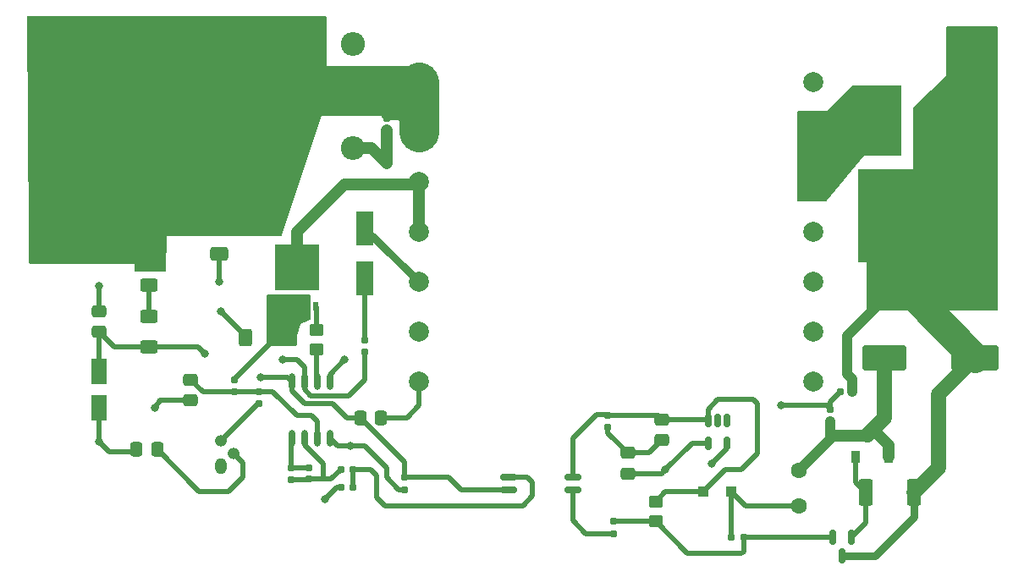
<source format=gbr>
%TF.GenerationSoftware,KiCad,Pcbnew,(6.0.9)*%
%TF.CreationDate,2023-06-16T09:03:50+03:00*%
%TF.ProjectId,pcb-design,7063622d-6465-4736-9967-6e2e6b696361,rev?*%
%TF.SameCoordinates,Original*%
%TF.FileFunction,Copper,L1,Top*%
%TF.FilePolarity,Positive*%
%FSLAX46Y46*%
G04 Gerber Fmt 4.6, Leading zero omitted, Abs format (unit mm)*
G04 Created by KiCad (PCBNEW (6.0.9)) date 2023-06-16 09:03:50*
%MOMM*%
%LPD*%
G01*
G04 APERTURE LIST*
G04 Aperture macros list*
%AMRoundRect*
0 Rectangle with rounded corners*
0 $1 Rounding radius*
0 $2 $3 $4 $5 $6 $7 $8 $9 X,Y pos of 4 corners*
0 Add a 4 corners polygon primitive as box body*
4,1,4,$2,$3,$4,$5,$6,$7,$8,$9,$2,$3,0*
0 Add four circle primitives for the rounded corners*
1,1,$1+$1,$2,$3*
1,1,$1+$1,$4,$5*
1,1,$1+$1,$6,$7*
1,1,$1+$1,$8,$9*
0 Add four rect primitives between the rounded corners*
20,1,$1+$1,$2,$3,$4,$5,0*
20,1,$1+$1,$4,$5,$6,$7,0*
20,1,$1+$1,$6,$7,$8,$9,0*
20,1,$1+$1,$8,$9,$2,$3,0*%
G04 Aperture macros list end*
%TA.AperFunction,SMDPad,CuDef*%
%ADD10RoundRect,0.160000X-0.197500X-0.160000X0.197500X-0.160000X0.197500X0.160000X-0.197500X0.160000X0*%
%TD*%
%TA.AperFunction,SMDPad,CuDef*%
%ADD11R,1.800000X3.500000*%
%TD*%
%TA.AperFunction,SMDPad,CuDef*%
%ADD12RoundRect,0.160000X0.160000X-0.197500X0.160000X0.197500X-0.160000X0.197500X-0.160000X-0.197500X0*%
%TD*%
%TA.AperFunction,SMDPad,CuDef*%
%ADD13R,0.450000X0.600000*%
%TD*%
%TA.AperFunction,SMDPad,CuDef*%
%ADD14RoundRect,0.250000X0.337500X0.475000X-0.337500X0.475000X-0.337500X-0.475000X0.337500X-0.475000X0*%
%TD*%
%TA.AperFunction,SMDPad,CuDef*%
%ADD15RoundRect,0.250000X-0.550000X1.050000X-0.550000X-1.050000X0.550000X-1.050000X0.550000X1.050000X0*%
%TD*%
%TA.AperFunction,ComponentPad*%
%ADD16C,2.400000*%
%TD*%
%TA.AperFunction,ComponentPad*%
%ADD17O,2.400000X2.400000*%
%TD*%
%TA.AperFunction,SMDPad,CuDef*%
%ADD18RoundRect,0.250000X-0.625000X0.400000X-0.625000X-0.400000X0.625000X-0.400000X0.625000X0.400000X0*%
%TD*%
%TA.AperFunction,SMDPad,CuDef*%
%ADD19RoundRect,0.250000X-0.475000X0.337500X-0.475000X-0.337500X0.475000X-0.337500X0.475000X0.337500X0*%
%TD*%
%TA.AperFunction,SMDPad,CuDef*%
%ADD20RoundRect,0.250000X-0.400000X-0.625000X0.400000X-0.625000X0.400000X0.625000X-0.400000X0.625000X0*%
%TD*%
%TA.AperFunction,ComponentPad*%
%ADD21C,1.600000*%
%TD*%
%TA.AperFunction,SMDPad,CuDef*%
%ADD22RoundRect,0.250000X-0.450000X0.350000X-0.450000X-0.350000X0.450000X-0.350000X0.450000X0.350000X0*%
%TD*%
%TA.AperFunction,SMDPad,CuDef*%
%ADD23O,0.650001X1.649999*%
%TD*%
%TA.AperFunction,SMDPad,CuDef*%
%ADD24R,1.100000X1.100000*%
%TD*%
%TA.AperFunction,SMDPad,CuDef*%
%ADD25RoundRect,0.150000X-0.150000X0.587500X-0.150000X-0.587500X0.150000X-0.587500X0.150000X0.587500X0*%
%TD*%
%TA.AperFunction,ComponentPad*%
%ADD26C,2.000000*%
%TD*%
%TA.AperFunction,SMDPad,CuDef*%
%ADD27RoundRect,0.150000X-0.150000X0.512500X-0.150000X-0.512500X0.150000X-0.512500X0.150000X0.512500X0*%
%TD*%
%TA.AperFunction,SMDPad,CuDef*%
%ADD28RoundRect,0.250000X0.475000X-0.337500X0.475000X0.337500X-0.475000X0.337500X-0.475000X-0.337500X0*%
%TD*%
%TA.AperFunction,SMDPad,CuDef*%
%ADD29RoundRect,0.250000X2.125000X1.000000X-2.125000X1.000000X-2.125000X-1.000000X2.125000X-1.000000X0*%
%TD*%
%TA.AperFunction,SMDPad,CuDef*%
%ADD30RoundRect,0.250000X1.950000X1.000000X-1.950000X1.000000X-1.950000X-1.000000X1.950000X-1.000000X0*%
%TD*%
%TA.AperFunction,ComponentPad*%
%ADD31O,1.200000X1.600000*%
%TD*%
%TA.AperFunction,ComponentPad*%
%ADD32O,1.200000X1.200000*%
%TD*%
%TA.AperFunction,SMDPad,CuDef*%
%ADD33R,10.800000X9.400000*%
%TD*%
%TA.AperFunction,SMDPad,CuDef*%
%ADD34R,1.100000X4.600000*%
%TD*%
%TA.AperFunction,SMDPad,CuDef*%
%ADD35R,0.900000X1.200000*%
%TD*%
%TA.AperFunction,SMDPad,CuDef*%
%ADD36RoundRect,0.155000X0.155000X-0.212500X0.155000X0.212500X-0.155000X0.212500X-0.155000X-0.212500X0*%
%TD*%
%TA.AperFunction,SMDPad,CuDef*%
%ADD37RoundRect,0.250000X0.450000X-0.350000X0.450000X0.350000X-0.450000X0.350000X-0.450000X-0.350000X0*%
%TD*%
%TA.AperFunction,SMDPad,CuDef*%
%ADD38RoundRect,0.150000X0.662500X0.150000X-0.662500X0.150000X-0.662500X-0.150000X0.662500X-0.150000X0*%
%TD*%
%TA.AperFunction,SMDPad,CuDef*%
%ADD39RoundRect,0.155000X-0.155000X0.212500X-0.155000X-0.212500X0.155000X-0.212500X0.155000X0.212500X0*%
%TD*%
%TA.AperFunction,SMDPad,CuDef*%
%ADD40RoundRect,0.250000X-0.650000X0.412500X-0.650000X-0.412500X0.650000X-0.412500X0.650000X0.412500X0*%
%TD*%
%TA.AperFunction,SMDPad,CuDef*%
%ADD41R,0.500000X0.850000*%
%TD*%
%TA.AperFunction,SMDPad,CuDef*%
%ADD42R,4.410000X4.550000*%
%TD*%
%TA.AperFunction,SMDPad,CuDef*%
%ADD43RoundRect,0.249999X0.450001X1.075001X-0.450001X1.075001X-0.450001X-1.075001X0.450001X-1.075001X0*%
%TD*%
%TA.AperFunction,ViaPad*%
%ADD44C,0.800000*%
%TD*%
%TA.AperFunction,Conductor*%
%ADD45C,0.500000*%
%TD*%
%TA.AperFunction,Conductor*%
%ADD46C,1.200000*%
%TD*%
%TA.AperFunction,Conductor*%
%ADD47C,1.500000*%
%TD*%
%TA.AperFunction,Conductor*%
%ADD48C,1.000000*%
%TD*%
%TA.AperFunction,Conductor*%
%ADD49C,5.000000*%
%TD*%
%TA.AperFunction,Conductor*%
%ADD50C,3.000000*%
%TD*%
%TA.AperFunction,Conductor*%
%ADD51C,4.000000*%
%TD*%
%TA.AperFunction,Conductor*%
%ADD52C,0.800000*%
%TD*%
G04 APERTURE END LIST*
D10*
%TO.P,R13,1*%
%TO.N,Net-(C13-Pad1)*%
X99397500Y-103400000D03*
%TO.P,R13,2*%
%TO.N,Net-(O1-Pad3)*%
X100592500Y-103400000D03*
%TD*%
D11*
%TO.P,Daux1,1,K*%
%TO.N,Net-(Daux1-Pad1)*%
X101800000Y-84300000D03*
%TO.P,Daux1,2,A*%
%TO.N,Net-(Daux1-Pad2)*%
X101800000Y-79300000D03*
%TD*%
D12*
%TO.P,Rcs1,1*%
%TO.N,Net-(Ccs1-Pad2)*%
X88800000Y-95597500D03*
%TO.P,Rcs1,2*%
%TO.N,Net-(M1-Pad1)*%
X88800000Y-94402500D03*
%TD*%
%TO.P,Rt1,1*%
%TO.N,Net-(Ct1-Pad1)*%
X105800000Y-105397500D03*
%TO.P,Rt1,2*%
%TO.N,Net-(Cref1-Pad2)*%
X105800000Y-104202500D03*
%TD*%
D13*
%TO.P,Dsnub1,1,K*%
%TO.N,Net-(Csnub1-Pad2)*%
X104000000Y-72750000D03*
%TO.P,Dsnub1,2,A*%
%TO.N,Net-(Dsnub1-Pad2)*%
X104000000Y-74850000D03*
%TD*%
D10*
%TO.P,R21,1*%
%TO.N,Net-(C21-Pad1)*%
X138502500Y-110200000D03*
%TO.P,R21,2*%
%TO.N,Net-(Q1-Pad2)*%
X139697500Y-110200000D03*
%TD*%
D14*
%TO.P,Cref1,1*%
%TO.N,GNDREF*%
X103437500Y-98200000D03*
%TO.P,Cref1,2*%
%TO.N,Net-(Cref1-Pad2)*%
X101362500Y-98200000D03*
%TD*%
D15*
%TO.P,Cvcc1,1*%
%TO.N,Net-(C12-Pad1)*%
X75200000Y-93600000D03*
%TO.P,Cvcc1,2*%
%TO.N,GNDREF*%
X75200000Y-97200000D03*
%TD*%
D12*
%TO.P,Rled1,1*%
%TO.N,Net-(O1-Pad1)*%
X126700000Y-109797500D03*
%TO.P,Rled1,2*%
%TO.N,Net-(Q1-Pad2)*%
X126700000Y-108602500D03*
%TD*%
D16*
%TO.P,Rsnub1,1*%
%TO.N,VDC*%
X70155000Y-60800000D03*
D17*
%TO.P,Rsnub1,2*%
%TO.N,Net-(Csnub1-Pad2)*%
X100635000Y-60800000D03*
%TD*%
D18*
%TO.P,Rstartup1,1*%
%TO.N,VDC*%
X80200000Y-81850000D03*
%TO.P,Rstartup1,2*%
%TO.N,Net-(Rstartup1-Pad2)*%
X80200000Y-84950000D03*
%TD*%
D19*
%TO.P,C23,1*%
%TO.N,Net-(C22-Pad2)*%
X128100000Y-101725000D03*
%TO.P,C23,2*%
%TO.N,Net-(C23-Pad2)*%
X128100000Y-103800000D03*
%TD*%
D20*
%TO.P,Rsns1,1*%
%TO.N,GNDREF*%
X89850000Y-90200000D03*
%TO.P,Rsns1,2*%
%TO.N,Net-(M1-Pad1)*%
X92950000Y-90200000D03*
%TD*%
D21*
%TO.P,C21,1*%
%TO.N,Net-(C21-Pad1)*%
X145250000Y-107000000D03*
%TO.P,C21,2*%
%TO.N,GND*%
X145250000Y-103500000D03*
%TD*%
D22*
%TO.P,Rbias1,1*%
%TO.N,Net-(C22-Pad1)*%
X130900000Y-106600000D03*
%TO.P,Rbias1,2*%
%TO.N,Net-(Q1-Pad2)*%
X130900000Y-108600000D03*
%TD*%
D23*
%TO.P,U1,1,COMP*%
%TO.N,Net-(C13-Pad2)*%
X94495000Y-100225001D03*
%TO.P,U1,2,FB*%
%TO.N,Net-(C13-Pad1)*%
X95765000Y-100225001D03*
%TO.P,U1,3,CS*%
%TO.N,Net-(Ccs1-Pad2)*%
X97035000Y-100225001D03*
%TO.P,U1,4,RC*%
%TO.N,Net-(Ct1-Pad1)*%
X98305000Y-100225001D03*
%TO.P,U1,5,GND*%
%TO.N,GNDREF*%
X98305000Y-94575002D03*
%TO.P,U1,6,OUT*%
%TO.N,Net-(Rdrv1-Pad1)*%
X97035000Y-94575002D03*
%TO.P,U1,7,VCC*%
%TO.N,Net-(C12-Pad1)*%
X95765000Y-94575002D03*
%TO.P,U1,8,REF*%
%TO.N,Net-(Cref1-Pad2)*%
X94495000Y-94575002D03*
%TD*%
D24*
%TO.P,D21,1,K*%
%TO.N,Net-(C21-Pad1)*%
X138500000Y-105600000D03*
%TO.P,D21,2,A*%
%TO.N,Net-(C22-Pad1)*%
X135700000Y-105600000D03*
%TD*%
D25*
%TO.P,Q1,1,B*%
%TO.N,Net-(Dz1-Pad1)*%
X150500000Y-110162500D03*
%TO.P,Q1,2,E*%
%TO.N,Net-(Q1-Pad2)*%
X148600000Y-110162500D03*
%TO.P,Q1,3,C*%
%TO.N,Vout*%
X149550000Y-112037500D03*
%TD*%
D12*
%TO.P,R11,1*%
%TO.N,Net-(C13-Pad1)*%
X94400000Y-104397500D03*
%TO.P,R11,2*%
%TO.N,Net-(C13-Pad2)*%
X94400000Y-103202500D03*
%TD*%
D26*
%TO.P,T1,1,AA*%
%TO.N,VDC*%
X107200000Y-64600000D03*
%TO.P,T1,2,AB*%
X107200000Y-69600000D03*
%TO.P,T1,3,SA*%
%TO.N,Net-(Dsnub1-Pad2)*%
X107200000Y-74600000D03*
%TO.P,T1,4,SB*%
X107200000Y-79600000D03*
%TO.P,T1,5,SC*%
%TO.N,Net-(Daux1-Pad2)*%
X107200000Y-84600000D03*
%TO.P,T1,6,SD*%
%TO.N,GNDREF*%
X107200000Y-89600000D03*
%TO.P,T1,7*%
X107200000Y-94600000D03*
%TO.P,T1,8*%
%TO.N,N/C*%
X146700000Y-64600000D03*
%TO.P,T1,9*%
%TO.N,Net-(Dsec1-Pad2)*%
X146700000Y-69600000D03*
%TO.P,T1,10*%
X146700000Y-74600000D03*
%TO.P,T1,11*%
%TO.N,GND*%
X146700000Y-79600000D03*
%TO.P,T1,12*%
X146700000Y-84600000D03*
%TO.P,T1,13*%
%TO.N,N/C*%
X146700000Y-89600000D03*
%TO.P,T1,14*%
X146700000Y-94600000D03*
%TD*%
D27*
%TO.P,VR1,1*%
%TO.N,N/C*%
X138050000Y-98462500D03*
%TO.P,VR1,2*%
X137100000Y-98462500D03*
%TO.P,VR1,3,K*%
%TO.N,Net-(C22-Pad1)*%
X136150000Y-98462500D03*
%TO.P,VR1,4,REF*%
%TO.N,Net-(C23-Pad2)*%
X136150000Y-100737500D03*
%TO.P,VR1,5,A*%
%TO.N,GND*%
X138050000Y-100737500D03*
%TD*%
D16*
%TO.P,Rsnub2,1*%
%TO.N,VDC*%
X70155000Y-71200000D03*
D17*
%TO.P,Rsnub2,2*%
%TO.N,Net-(Csnub1-Pad2)*%
X100635000Y-71200000D03*
%TD*%
D28*
%TO.P,C12,1*%
%TO.N,Net-(C12-Pad1)*%
X75200000Y-89637500D03*
%TO.P,C12,2*%
%TO.N,GNDREF*%
X75200000Y-87562500D03*
%TD*%
D19*
%TO.P,C22,1*%
%TO.N,Net-(C22-Pad1)*%
X131500000Y-98362500D03*
%TO.P,C22,2*%
%TO.N,Net-(C22-Pad2)*%
X131500000Y-100437500D03*
%TD*%
D29*
%TO.P,Cout1,1*%
%TO.N,Vout*%
X162875000Y-92200000D03*
D30*
%TO.P,Cout1,2*%
%TO.N,GND*%
X153750000Y-92200000D03*
%TD*%
D12*
%TO.P,R22,1*%
%TO.N,Net-(C22-Pad2)*%
X126100000Y-99197500D03*
%TO.P,R22,2*%
%TO.N,Net-(C22-Pad1)*%
X126100000Y-98002500D03*
%TD*%
%TO.P,Raux1,1*%
%TO.N,Net-(C12-Pad1)*%
X101800000Y-91597500D03*
%TO.P,Raux1,2*%
%TO.N,Net-(Daux1-Pad1)*%
X101800000Y-90402500D03*
%TD*%
D31*
%TO.P,Qsc1,1,B2*%
%TO.N,Net-(Cref1-Pad2)*%
X87384725Y-103085276D03*
D32*
%TO.P,Qsc1,2,E*%
%TO.N,Net-(Ct1-Pad1)*%
X88654725Y-101815276D03*
%TO.P,Qsc1,3,B1*%
%TO.N,Net-(Qsc1-Pad3)*%
X87384725Y-100545276D03*
%TD*%
D33*
%TO.P,Dsec1,1,K*%
%TO.N,Vout*%
X156575000Y-78025000D03*
D34*
X159115000Y-68875000D03*
%TO.P,Dsec1,2,A*%
%TO.N,Net-(Dsec1-Pad2)*%
X154035000Y-68875000D03*
%TD*%
D14*
%TO.P,Ct1,1*%
%TO.N,Net-(Ct1-Pad1)*%
X81037500Y-101400000D03*
%TO.P,Ct1,2*%
%TO.N,GNDREF*%
X78962500Y-101400000D03*
%TD*%
D10*
%TO.P,Rfbt1,1*%
%TO.N,Net-(C23-Pad2)*%
X149405000Y-95600000D03*
%TO.P,Rfbt1,2*%
%TO.N,Vout*%
X150600000Y-95600000D03*
%TD*%
D35*
%TO.P,Dz1,1,K*%
%TO.N,Net-(Dz1-Pad1)*%
X150950000Y-102100000D03*
%TO.P,Dz1,2,A*%
%TO.N,GND*%
X154250000Y-102100000D03*
%TD*%
D10*
%TO.P,R12,1*%
%TO.N,GNDREF*%
X99405000Y-105200000D03*
%TO.P,R12,2*%
%TO.N,Net-(O1-Pad3)*%
X100600000Y-105200000D03*
%TD*%
D36*
%TO.P,C13,1*%
%TO.N,Net-(C13-Pad1)*%
X96200000Y-104367500D03*
%TO.P,C13,2*%
%TO.N,Net-(C13-Pad2)*%
X96200000Y-103232500D03*
%TD*%
D37*
%TO.P,Rdrv1,1*%
%TO.N,Net-(Rdrv1-Pad1)*%
X97000000Y-91400000D03*
%TO.P,Rdrv1,2*%
%TO.N,Net-(M1-Pad4)*%
X97000000Y-89400000D03*
%TD*%
D38*
%TO.P,O1,1*%
%TO.N,Net-(O1-Pad1)*%
X122600000Y-105470000D03*
%TO.P,O1,2*%
%TO.N,Net-(C22-Pad1)*%
X122600000Y-104200000D03*
%TO.P,O1,3*%
%TO.N,Net-(O1-Pad3)*%
X116225000Y-104200000D03*
%TO.P,O1,4*%
%TO.N,Net-(Cref1-Pad2)*%
X116225000Y-105470000D03*
%TD*%
D39*
%TO.P,Csnub1,1*%
%TO.N,VDC*%
X104000000Y-68232500D03*
%TO.P,Csnub1,2*%
%TO.N,Net-(Csnub1-Pad2)*%
X104000000Y-69367500D03*
%TD*%
D12*
%TO.P,Rfbb1,1*%
%TO.N,GND*%
X148400000Y-98600000D03*
%TO.P,Rfbb1,2*%
%TO.N,Net-(C23-Pad2)*%
X148400000Y-97405000D03*
%TD*%
D18*
%TO.P,Rstartup2,1*%
%TO.N,Net-(Rstartup1-Pad2)*%
X80200000Y-88050000D03*
%TO.P,Rstartup2,2*%
%TO.N,Net-(C12-Pad1)*%
X80200000Y-91150000D03*
%TD*%
D40*
%TO.P,Cin1,1*%
%TO.N,VDC*%
X87200000Y-78675000D03*
%TO.P,Cin1,2*%
%TO.N,GNDREF*%
X87200000Y-81800000D03*
%TD*%
D28*
%TO.P,Ccs1,1*%
%TO.N,GNDREF*%
X84400000Y-96475000D03*
%TO.P,Ccs1,2*%
%TO.N,Net-(Ccs1-Pad2)*%
X84400000Y-94400000D03*
%TD*%
D41*
%TO.P,M1,1,S*%
%TO.N,Net-(M1-Pad1)*%
X93095000Y-87100000D03*
%TO.P,M1,2,S*%
X94365000Y-87100000D03*
%TO.P,M1,3,S*%
X95635000Y-87100000D03*
%TO.P,M1,4,G*%
%TO.N,Net-(M1-Pad4)*%
X96905000Y-87100000D03*
D42*
%TO.P,M1,5,D*%
%TO.N,Net-(Dsnub1-Pad2)*%
X95000000Y-83150000D03*
%TD*%
D43*
%TO.P,Rz1,1*%
%TO.N,Vout*%
X156750000Y-105650000D03*
%TO.P,Rz1,2*%
%TO.N,Net-(Dz1-Pad1)*%
X151950000Y-105650000D03*
%TD*%
D12*
%TO.P,Rsc1,1*%
%TO.N,Net-(Qsc1-Pad3)*%
X91200000Y-96797500D03*
%TO.P,Rsc1,2*%
%TO.N,Net-(Ccs1-Pad2)*%
X91200000Y-95602500D03*
%TD*%
D44*
%TO.N,Net-(C12-Pad1)*%
X93600000Y-92400000D03*
X85800000Y-91800000D03*
%TO.N,GNDREF*%
X87400000Y-87600000D03*
X75200000Y-85000000D03*
X80800000Y-97200000D03*
X97800000Y-106400000D03*
X99800000Y-92400000D03*
X87200000Y-84600000D03*
X75200000Y-100600000D03*
%TO.N,GND*%
X136500000Y-102800000D03*
%TO.N,Net-(C23-Pad2)*%
X131900000Y-103400000D03*
X143500000Y-97000000D03*
%TO.N,Net-(Cref1-Pad2)*%
X91400000Y-94200000D03*
%TO.N,Net-(Ct1-Pad1)*%
X100400000Y-101000000D03*
%TD*%
D45*
%TO.N,Net-(C12-Pad1)*%
X93600000Y-92400000D02*
X95000000Y-92400000D01*
X76712500Y-91150000D02*
X80200000Y-91150000D01*
X95000000Y-92400000D02*
X95765000Y-93165000D01*
X96400000Y-96000000D02*
X100200000Y-96000000D01*
X101800000Y-94400000D02*
X101800000Y-91597500D01*
X95765000Y-94575002D02*
X95765000Y-95365000D01*
X95765000Y-93165000D02*
X95765000Y-94575002D01*
X100200000Y-96000000D02*
X101800000Y-94400000D01*
X75200000Y-89637500D02*
X76712500Y-91150000D01*
X85150000Y-91150000D02*
X85800000Y-91800000D01*
X80200000Y-91150000D02*
X85150000Y-91150000D01*
X95765000Y-95365000D02*
X96400000Y-96000000D01*
X75200000Y-93600000D02*
X75200000Y-89637500D01*
%TO.N,GNDREF*%
X99405000Y-105200000D02*
X99000000Y-105200000D01*
X89850000Y-90050000D02*
X87400000Y-87600000D01*
X103437500Y-98200000D02*
X106000000Y-98200000D01*
X98305000Y-93895000D02*
X99800000Y-92400000D01*
X76200000Y-101600000D02*
X78762500Y-101600000D01*
X99000000Y-105200000D02*
X97800000Y-106400000D01*
X75200000Y-100600000D02*
X76200000Y-101600000D01*
X81325000Y-96475000D02*
X81200000Y-96600000D01*
X75200000Y-97200000D02*
X75200000Y-100600000D01*
X87200000Y-81800000D02*
X87200000Y-84600000D01*
X106000000Y-98200000D02*
X107200000Y-97000000D01*
X84400000Y-96475000D02*
X81325000Y-96475000D01*
X98305000Y-94575002D02*
X98305000Y-93895000D01*
X75200000Y-87562500D02*
X75200000Y-85000000D01*
X89850000Y-90200000D02*
X89850000Y-90050000D01*
X78762500Y-101600000D02*
X78962500Y-101400000D01*
X81200000Y-96600000D02*
X80800000Y-97200000D01*
X107200000Y-97000000D02*
X107200000Y-94600000D01*
%TO.N,Net-(C13-Pad1)*%
X95765000Y-100225001D02*
X95765000Y-100965000D01*
X96200000Y-104367500D02*
X97632500Y-104367500D01*
X97632500Y-102832500D02*
X97632500Y-104367500D01*
X98430000Y-104367500D02*
X99397500Y-103400000D01*
X97632500Y-104367500D02*
X98430000Y-104367500D01*
X94400000Y-104397500D02*
X96170000Y-104397500D01*
X96170000Y-104397500D02*
X96200000Y-104367500D01*
X95765000Y-100965000D02*
X97632500Y-102832500D01*
%TO.N,Net-(C13-Pad2)*%
X94400000Y-103202500D02*
X94400000Y-100320001D01*
X94400000Y-100320001D02*
X94495000Y-100225001D01*
X94400000Y-103202500D02*
X96170000Y-103202500D01*
X96170000Y-103202500D02*
X96200000Y-103232500D01*
%TO.N,Net-(C21-Pad1)*%
X138502500Y-105602500D02*
X138500000Y-105600000D01*
X145250000Y-107000000D02*
X139900000Y-107000000D01*
X139900000Y-107000000D02*
X138500000Y-105600000D01*
X138502500Y-110200000D02*
X138502500Y-105602500D01*
%TO.N,GND*%
X152000000Y-100000000D02*
X152100000Y-99900000D01*
D46*
X154250000Y-100950000D02*
X154250000Y-102100000D01*
D47*
X153750000Y-98250000D02*
X152100000Y-99900000D01*
D46*
X148700000Y-100000000D02*
X152000000Y-100000000D01*
D48*
X148400000Y-100350000D02*
X147850000Y-100900000D01*
D46*
X153200000Y-99900000D02*
X154250000Y-100950000D01*
D48*
X148400000Y-98600000D02*
X148400000Y-100350000D01*
D45*
X138050000Y-100737500D02*
X138050000Y-101250000D01*
D47*
X153750000Y-92200000D02*
X153750000Y-98250000D01*
D45*
X152100000Y-99900000D02*
X153200000Y-99900000D01*
X138050000Y-101250000D02*
X136500000Y-102800000D01*
D48*
X145250000Y-103500000D02*
X147850000Y-100900000D01*
D45*
%TO.N,Net-(C22-Pad1)*%
X131900000Y-105600000D02*
X135700000Y-105600000D01*
X131140000Y-98002500D02*
X131500000Y-98362500D01*
X130900000Y-106600000D02*
X131900000Y-105600000D01*
X135700000Y-105600000D02*
X137900000Y-103400000D01*
X136150000Y-97350000D02*
X136150000Y-98462500D01*
X125000000Y-97900000D02*
X125997500Y-97900000D01*
X126100000Y-98002500D02*
X131140000Y-98002500D01*
X131500000Y-98362500D02*
X136050000Y-98362500D01*
X141100000Y-96800000D02*
X140700000Y-96400000D01*
X137100000Y-96400000D02*
X136150000Y-97350000D01*
X141100000Y-101800000D02*
X141100000Y-96800000D01*
X125997500Y-97900000D02*
X126100000Y-98002500D01*
X139500000Y-103400000D02*
X141100000Y-101800000D01*
X140700000Y-96400000D02*
X137100000Y-96400000D01*
X122600000Y-100300000D02*
X125000000Y-97900000D01*
X122600000Y-104200000D02*
X122600000Y-100300000D01*
X136050000Y-98362500D02*
X136150000Y-98462500D01*
X137900000Y-103400000D02*
X139500000Y-103400000D01*
%TO.N,Net-(C22-Pad2)*%
X128100000Y-101725000D02*
X130212500Y-101725000D01*
X126100000Y-99197500D02*
X126100000Y-99725000D01*
X130212500Y-101725000D02*
X131500000Y-100437500D01*
X126100000Y-99725000D02*
X128100000Y-101725000D01*
%TO.N,Net-(C23-Pad2)*%
X148400000Y-97405000D02*
X148400000Y-96605000D01*
X128100000Y-103800000D02*
X131500000Y-103800000D01*
X131900000Y-103400000D02*
X134562500Y-100737500D01*
X143500000Y-97000000D02*
X147995000Y-97000000D01*
X131500000Y-103800000D02*
X131900000Y-103400000D01*
X148400000Y-96605000D02*
X149405000Y-95600000D01*
X147995000Y-97000000D02*
X148400000Y-97405000D01*
X134562500Y-100737500D02*
X136150000Y-100737500D01*
%TO.N,Net-(Ccs1-Pad2)*%
X97035000Y-98535000D02*
X97035000Y-100225001D01*
X88800000Y-95597500D02*
X85597500Y-95597500D01*
X92602500Y-95602500D02*
X95000000Y-98000000D01*
X85597500Y-95597500D02*
X84400000Y-94400000D01*
X88800000Y-95597500D02*
X91195000Y-95597500D01*
X91195000Y-95597500D02*
X91200000Y-95602500D01*
X91200000Y-95602500D02*
X92602500Y-95602500D01*
X95000000Y-98000000D02*
X96500000Y-98000000D01*
X96500000Y-98000000D02*
X97035000Y-98535000D01*
%TO.N,VDC*%
X104000000Y-68232500D02*
X104000000Y-67800000D01*
D46*
X70155000Y-60800000D02*
X70155000Y-71200000D01*
D49*
X106300000Y-65500000D02*
X105800000Y-66000000D01*
D46*
X105400000Y-67800000D02*
X104000000Y-67800000D01*
D50*
X105800000Y-66000000D02*
X107200000Y-64600000D01*
D46*
X107200000Y-64600000D02*
X104000000Y-67800000D01*
D49*
X97800000Y-65500000D02*
X106300000Y-65500000D01*
D46*
X107200000Y-69600000D02*
X105400000Y-67800000D01*
X70155000Y-71200000D02*
X80200000Y-81245000D01*
D51*
X107200000Y-69600000D02*
X107200000Y-64600000D01*
D46*
X80200000Y-81245000D02*
X80200000Y-81850000D01*
D48*
%TO.N,Vout*%
X150600000Y-94300000D02*
X150100000Y-93800000D01*
D45*
X156550000Y-86500000D02*
X156575000Y-86525000D01*
D52*
X156750000Y-108150000D02*
X156750000Y-105650000D01*
D50*
X156575000Y-85900000D02*
X162875000Y-92200000D01*
D52*
X152862500Y-112037500D02*
X156750000Y-108150000D01*
D48*
X150100000Y-90000000D02*
X153600000Y-86500000D01*
D52*
X149550000Y-112037500D02*
X152862500Y-112037500D01*
D48*
X150100000Y-93800000D02*
X150100000Y-90000000D01*
D47*
X159200000Y-103200000D02*
X159200000Y-95875000D01*
X156750000Y-105650000D02*
X159200000Y-103200000D01*
X159200000Y-95875000D02*
X162875000Y-92200000D01*
D45*
X156575000Y-86525000D02*
X156575000Y-85900000D01*
D48*
X150600000Y-95600000D02*
X150600000Y-94300000D01*
D45*
%TO.N,Net-(Cref1-Pad2)*%
X91400000Y-94200000D02*
X94119998Y-94200000D01*
X105800000Y-104202500D02*
X110202500Y-104202500D01*
X111470000Y-105470000D02*
X116225000Y-105470000D01*
X94495000Y-95495000D02*
X94495000Y-94575002D01*
X110202500Y-104202500D02*
X111470000Y-105470000D01*
X105800000Y-104202500D02*
X105800000Y-102637500D01*
X100000000Y-98200000D02*
X98554000Y-96754000D01*
X95754000Y-96754000D02*
X94495000Y-95495000D01*
X105800000Y-102637500D02*
X101362500Y-98200000D01*
X98554000Y-96754000D02*
X95754000Y-96754000D01*
X101362500Y-98200000D02*
X100000000Y-98200000D01*
X94119998Y-94200000D02*
X94495000Y-94575002D01*
D46*
%TO.N,Net-(Csnub1-Pad2)*%
X100635000Y-71200000D02*
X102450000Y-71200000D01*
X104000000Y-72750000D02*
X104000000Y-69454000D01*
X102450000Y-71200000D02*
X104000000Y-72750000D01*
D45*
%TO.N,Net-(Ct1-Pad1)*%
X99079999Y-101000000D02*
X98305000Y-100225001D01*
X104000000Y-104200000D02*
X104000000Y-103200000D01*
X104000000Y-103200000D02*
X101800000Y-101000000D01*
X101800000Y-101000000D02*
X100400000Y-101000000D01*
X85237500Y-105600000D02*
X88200000Y-105600000D01*
X81037500Y-101400000D02*
X85237500Y-105600000D01*
X88200000Y-105600000D02*
X89600000Y-104200000D01*
X89600000Y-102760551D02*
X88654725Y-101815276D01*
X105800000Y-105397500D02*
X105197500Y-105397500D01*
X105197500Y-105397500D02*
X104000000Y-104200000D01*
X100400000Y-101000000D02*
X99079999Y-101000000D01*
X89600000Y-104200000D02*
X89600000Y-102760551D01*
%TO.N,Net-(Dsec1-Pad2)*%
X154035000Y-69565000D02*
X154035000Y-68875000D01*
%TO.N,Net-(M1-Pad1)*%
X88800000Y-94402500D02*
X88800000Y-94350000D01*
X88800000Y-94350000D02*
X92950000Y-90200000D01*
%TO.N,Net-(M1-Pad4)*%
X97000000Y-89400000D02*
X97000000Y-87195000D01*
X97000000Y-87195000D02*
X96905000Y-87100000D01*
%TO.N,Net-(Daux1-Pad1)*%
X101800000Y-90402500D02*
X101800000Y-84300000D01*
%TO.N,Net-(Dz1-Pad1)*%
X151950000Y-105650000D02*
X151950000Y-108712500D01*
X150950000Y-102100000D02*
X150950000Y-104650000D01*
X151950000Y-108712500D02*
X150500000Y-110162500D01*
X150950000Y-104650000D02*
X151950000Y-105650000D01*
%TO.N,Net-(O1-Pad1)*%
X122600000Y-105470000D02*
X122600000Y-108500000D01*
X122600000Y-108500000D02*
X123897500Y-109797500D01*
X123897500Y-109797500D02*
X126700000Y-109797500D01*
%TO.N,Net-(Rdrv1-Pad1)*%
X97000000Y-91400000D02*
X97000000Y-94540002D01*
X97000000Y-94540002D02*
X97035000Y-94575002D01*
%TO.N,Net-(O1-Pad3)*%
X100600000Y-103407500D02*
X100592500Y-103400000D01*
X103000000Y-104000000D02*
X103000000Y-106200000D01*
X103800000Y-107000000D02*
X117600000Y-107000000D01*
X118100000Y-104200000D02*
X118600000Y-104700000D01*
X103000000Y-106200000D02*
X103800000Y-107000000D01*
X102400000Y-103400000D02*
X103000000Y-104000000D01*
X118600000Y-104700000D02*
X118600000Y-106000000D01*
X117600000Y-107000000D02*
X118600000Y-106000000D01*
X100592500Y-103400000D02*
X102400000Y-103400000D01*
X116225000Y-104200000D02*
X118100000Y-104200000D01*
X100600000Y-105200000D02*
X100600000Y-103407500D01*
%TO.N,Net-(Q1-Pad2)*%
X139700000Y-111600000D02*
X139700000Y-110202500D01*
X130897500Y-108602500D02*
X130900000Y-108600000D01*
X147950000Y-110200000D02*
X139697500Y-110200000D01*
X147987500Y-110162500D02*
X147950000Y-110200000D01*
X139500000Y-111800000D02*
X139700000Y-111600000D01*
X126700000Y-108602500D02*
X130897500Y-108602500D01*
X139700000Y-110202500D02*
X139697500Y-110200000D01*
X134100000Y-111800000D02*
X139500000Y-111800000D01*
X130900000Y-108600000D02*
X134100000Y-111800000D01*
X148600000Y-110162500D02*
X147987500Y-110162500D01*
D52*
%TO.N,Net-(Daux1-Pad2)*%
X107200000Y-84600000D02*
X102600000Y-80000000D01*
X102600000Y-80000000D02*
X102500000Y-80000000D01*
D46*
X101800000Y-79400000D02*
X101800000Y-79300000D01*
%TO.N,Net-(Dsnub1-Pad2)*%
X104000000Y-74850000D02*
X106950000Y-74850000D01*
X95000000Y-83150000D02*
X95000000Y-79600000D01*
X99750000Y-74850000D02*
X104000000Y-74850000D01*
X95000000Y-79600000D02*
X99750000Y-74850000D01*
X106950000Y-74850000D02*
X107200000Y-74600000D01*
X107200000Y-79600000D02*
X107200000Y-74600000D01*
D45*
%TO.N,Net-(Rstartup1-Pad2)*%
X80200000Y-84950000D02*
X80200000Y-88050000D01*
%TO.N,Net-(Qsc1-Pad3)*%
X87384725Y-100545276D02*
X91132501Y-96797500D01*
X91132501Y-96797500D02*
X91200000Y-96797500D01*
%TD*%
%TA.AperFunction,Conductor*%
%TO.N,VDC*%
G36*
X97942121Y-58020002D02*
G01*
X97988614Y-58073658D01*
X98000000Y-58126000D01*
X98000000Y-66479553D01*
X97993534Y-66519398D01*
X93528718Y-79913845D01*
X93488201Y-79972145D01*
X93422596Y-79999284D01*
X93409184Y-80000000D01*
X82000000Y-80000000D01*
X81999648Y-80012656D01*
X81999648Y-80012658D01*
X81903403Y-83477499D01*
X81881518Y-83545038D01*
X81826592Y-83590023D01*
X81777452Y-83600000D01*
X78926000Y-83600000D01*
X78857879Y-83579998D01*
X78811386Y-83526342D01*
X78800000Y-83474000D01*
X78800000Y-82800000D01*
X68324988Y-82800000D01*
X68256867Y-82779998D01*
X68210374Y-82726342D01*
X68198992Y-82675016D01*
X68177419Y-80000000D01*
X68001024Y-58127015D01*
X68020476Y-58058736D01*
X68073755Y-58011812D01*
X68127020Y-58000000D01*
X97874000Y-58000000D01*
X97942121Y-58020002D01*
G37*
%TD.AperFunction*%
%TD*%
%TA.AperFunction,Conductor*%
%TO.N,Net-(Dsec1-Pad2)*%
G36*
X155442121Y-65000002D02*
G01*
X155488614Y-65053658D01*
X155500000Y-65106000D01*
X155500000Y-71874000D01*
X155479998Y-71942121D01*
X155426342Y-71988614D01*
X155374000Y-72000000D01*
X151800000Y-72000000D01*
X151793868Y-72007326D01*
X148037772Y-76494872D01*
X147978711Y-76534272D01*
X147941151Y-76540000D01*
X145196000Y-76540000D01*
X145127879Y-76519998D01*
X145081386Y-76466342D01*
X145070000Y-76414000D01*
X145070000Y-67636000D01*
X145090002Y-67567879D01*
X145143658Y-67521386D01*
X145196000Y-67510000D01*
X148000000Y-67510000D01*
X150493095Y-65016905D01*
X150555407Y-64982879D01*
X150582190Y-64980000D01*
X155374000Y-64980000D01*
X155442121Y-65000002D01*
G37*
%TD.AperFunction*%
%TD*%
%TA.AperFunction,Conductor*%
%TO.N,Net-(M1-Pad1)*%
G36*
X96342121Y-85920002D02*
G01*
X96388614Y-85973658D01*
X96400000Y-86026000D01*
X96400000Y-87032065D01*
X96399594Y-87042167D01*
X96398934Y-87050372D01*
X96396954Y-87059124D01*
X96397510Y-87068081D01*
X96399758Y-87104316D01*
X96400000Y-87112119D01*
X96400000Y-88314694D01*
X96379998Y-88382815D01*
X96320795Y-88431682D01*
X95400000Y-88800000D01*
X95000000Y-90000000D01*
X95000000Y-90874000D01*
X94979998Y-90942121D01*
X94926342Y-90988614D01*
X94874000Y-91000000D01*
X92126000Y-91000000D01*
X92057879Y-90979998D01*
X92011386Y-90926342D01*
X92000000Y-90874000D01*
X92000000Y-86026000D01*
X92020002Y-85957879D01*
X92073658Y-85911386D01*
X92126000Y-85900000D01*
X96274000Y-85900000D01*
X96342121Y-85920002D01*
G37*
%TD.AperFunction*%
%TD*%
%TA.AperFunction,Conductor*%
%TO.N,Vout*%
G36*
X165042121Y-59020002D02*
G01*
X165088614Y-59073658D01*
X165100000Y-59126000D01*
X165100000Y-87374000D01*
X165079998Y-87442121D01*
X165026342Y-87488614D01*
X164974000Y-87500000D01*
X152126000Y-87500000D01*
X152057879Y-87479998D01*
X152011386Y-87426342D01*
X152000000Y-87374000D01*
X152000000Y-73626000D01*
X152020002Y-73557879D01*
X152073658Y-73511386D01*
X152126000Y-73500000D01*
X156700000Y-73500000D01*
X156700000Y-67154512D01*
X156720002Y-67086391D01*
X156739731Y-67062677D01*
X156963667Y-66852313D01*
X160000000Y-64000000D01*
X160000000Y-59126000D01*
X160020002Y-59057879D01*
X160073658Y-59011386D01*
X160126000Y-59000000D01*
X164974000Y-59000000D01*
X165042121Y-59020002D01*
G37*
%TD.AperFunction*%
%TD*%
M02*

</source>
